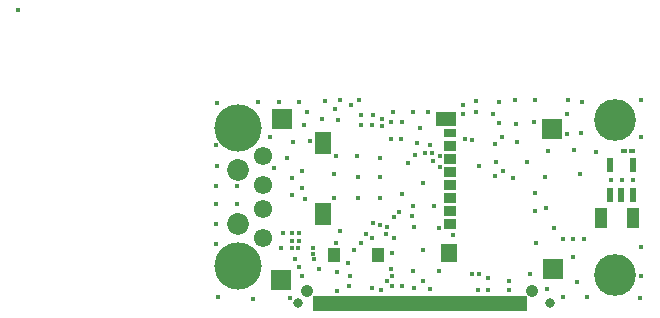
<source format=gbr>
G04 #@! TF.GenerationSoftware,KiCad,Pcbnew,(5.1.6)-1*
G04 #@! TF.CreationDate,2021-12-03T11:37:05+01:00*
G04 #@! TF.ProjectId,Keyvilboard2.0,4b657976-696c-4626-9f61-7264322e302e,rev?*
G04 #@! TF.SameCoordinates,Original*
G04 #@! TF.FileFunction,Soldermask,Bot*
G04 #@! TF.FilePolarity,Negative*
%FSLAX46Y46*%
G04 Gerber Fmt 4.6, Leading zero omitted, Abs format (unit mm)*
G04 Created by KiCad (PCBNEW (5.1.6)-1) date 2021-12-03 11:37:05*
%MOMM*%
%LPD*%
G01*
G04 APERTURE LIST*
%ADD10C,0.010000*%
%ADD11R,1.070000X1.820000*%
%ADD12R,0.600000X1.200000*%
%ADD13R,0.470000X0.440000*%
%ADD14R,1.725000X1.725000*%
%ADD15C,3.540000*%
%ADD16C,4.000000*%
%ADD17C,1.850000*%
%ADD18C,1.550000*%
%ADD19C,1.067000*%
%ADD20C,0.813000*%
%ADD21R,1.350000X1.550000*%
%ADD22R,1.000000X1.200000*%
%ADD23R,1.350000X1.900000*%
%ADD24R,1.800000X1.170000*%
%ADD25R,1.100000X0.750000*%
%ADD26R,1.100000X0.850000*%
%ADD27C,0.450000*%
G04 APERTURE END LIST*
D10*
G04 #@! TO.C,U1*
G36*
X161293000Y-109940000D02*
G01*
X162767000Y-109940000D01*
X162767000Y-108720000D01*
X161293000Y-108720000D01*
X161293000Y-109940000D01*
G37*
X161293000Y-109940000D02*
X162767000Y-109940000D01*
X162767000Y-108720000D01*
X161293000Y-108720000D01*
X161293000Y-109940000D01*
G36*
X160023000Y-109940000D02*
G01*
X161497000Y-109940000D01*
X161497000Y-108720000D01*
X160023000Y-108720000D01*
X160023000Y-109940000D01*
G37*
X160023000Y-109940000D02*
X161497000Y-109940000D01*
X161497000Y-108720000D01*
X160023000Y-108720000D01*
X160023000Y-109940000D01*
G36*
X158753000Y-109940000D02*
G01*
X160227000Y-109940000D01*
X160227000Y-108720000D01*
X158753000Y-108720000D01*
X158753000Y-109940000D01*
G37*
X158753000Y-109940000D02*
X160227000Y-109940000D01*
X160227000Y-108720000D01*
X158753000Y-108720000D01*
X158753000Y-109940000D01*
G36*
X157483000Y-109940000D02*
G01*
X158957000Y-109940000D01*
X158957000Y-108720000D01*
X157483000Y-108720000D01*
X157483000Y-109940000D01*
G37*
X157483000Y-109940000D02*
X158957000Y-109940000D01*
X158957000Y-108720000D01*
X157483000Y-108720000D01*
X157483000Y-109940000D01*
G36*
X156213000Y-109940000D02*
G01*
X157687000Y-109940000D01*
X157687000Y-108720000D01*
X156213000Y-108720000D01*
X156213000Y-109940000D01*
G37*
X156213000Y-109940000D02*
X157687000Y-109940000D01*
X157687000Y-108720000D01*
X156213000Y-108720000D01*
X156213000Y-109940000D01*
G36*
X154943000Y-109940000D02*
G01*
X156417000Y-109940000D01*
X156417000Y-108720000D01*
X154943000Y-108720000D01*
X154943000Y-109940000D01*
G37*
X154943000Y-109940000D02*
X156417000Y-109940000D01*
X156417000Y-108720000D01*
X154943000Y-108720000D01*
X154943000Y-109940000D01*
G36*
X153673000Y-109940000D02*
G01*
X155147000Y-109940000D01*
X155147000Y-108720000D01*
X153673000Y-108720000D01*
X153673000Y-109940000D01*
G37*
X153673000Y-109940000D02*
X155147000Y-109940000D01*
X155147000Y-108720000D01*
X153673000Y-108720000D01*
X153673000Y-109940000D01*
G36*
X152403000Y-109940000D02*
G01*
X153877000Y-109940000D01*
X153877000Y-108720000D01*
X152403000Y-108720000D01*
X152403000Y-109940000D01*
G37*
X152403000Y-109940000D02*
X153877000Y-109940000D01*
X153877000Y-108720000D01*
X152403000Y-108720000D01*
X152403000Y-109940000D01*
G36*
X151133000Y-109940000D02*
G01*
X152607000Y-109940000D01*
X152607000Y-108720000D01*
X151133000Y-108720000D01*
X151133000Y-109940000D01*
G37*
X151133000Y-109940000D02*
X152607000Y-109940000D01*
X152607000Y-108720000D01*
X151133000Y-108720000D01*
X151133000Y-109940000D01*
G36*
X149863000Y-109940000D02*
G01*
X151337000Y-109940000D01*
X151337000Y-108720000D01*
X149863000Y-108720000D01*
X149863000Y-109940000D01*
G37*
X149863000Y-109940000D02*
X151337000Y-109940000D01*
X151337000Y-108720000D01*
X149863000Y-108720000D01*
X149863000Y-109940000D01*
G36*
X148593000Y-109940000D02*
G01*
X150067000Y-109940000D01*
X150067000Y-108720000D01*
X148593000Y-108720000D01*
X148593000Y-109940000D01*
G37*
X148593000Y-109940000D02*
X150067000Y-109940000D01*
X150067000Y-108720000D01*
X148593000Y-108720000D01*
X148593000Y-109940000D01*
G36*
X147323000Y-109940000D02*
G01*
X148797000Y-109940000D01*
X148797000Y-108720000D01*
X147323000Y-108720000D01*
X147323000Y-109940000D01*
G37*
X147323000Y-109940000D02*
X148797000Y-109940000D01*
X148797000Y-108720000D01*
X147323000Y-108720000D01*
X147323000Y-109940000D01*
G36*
X146053000Y-109940000D02*
G01*
X147527000Y-109940000D01*
X147527000Y-108720000D01*
X146053000Y-108720000D01*
X146053000Y-109940000D01*
G37*
X146053000Y-109940000D02*
X147527000Y-109940000D01*
X147527000Y-108720000D01*
X146053000Y-108720000D01*
X146053000Y-109940000D01*
G36*
X144783000Y-109940000D02*
G01*
X146257000Y-109940000D01*
X146257000Y-108720000D01*
X144783000Y-108720000D01*
X144783000Y-109940000D01*
G37*
X144783000Y-109940000D02*
X146257000Y-109940000D01*
X146257000Y-108720000D01*
X144783000Y-108720000D01*
X144783000Y-109940000D01*
G04 #@! TD*
D11*
G04 #@! TO.C,C1*
X169130000Y-102130000D03*
X171890000Y-102130000D03*
G04 #@! TD*
D12*
G04 #@! TO.C,KEYPWR1*
X171820000Y-97670000D03*
X169920000Y-97670000D03*
X169920000Y-100170000D03*
X170870000Y-100170000D03*
X171820000Y-100170000D03*
G04 #@! TD*
D13*
G04 #@! TO.C,0.1uF5*
X171130000Y-96420000D03*
X171800000Y-96420000D03*
G04 #@! TD*
D14*
G04 #@! TO.C,TX1*
X165000000Y-94560000D03*
G04 #@! TD*
G04 #@! TO.C,RX1*
X165060000Y-106460000D03*
G04 #@! TD*
G04 #@! TO.C,GND1*
X142180000Y-93700000D03*
G04 #@! TD*
G04 #@! TO.C,5V+1*
X142030000Y-107360000D03*
G04 #@! TD*
D15*
G04 #@! TO.C,USBFEMALE1*
X170370000Y-93820000D03*
X170370000Y-106940000D03*
G04 #@! TD*
D16*
G04 #@! TO.C,USBMALE1*
X138450000Y-94480000D03*
X138450000Y-106180000D03*
D17*
X138450000Y-102630000D03*
X138450000Y-98030000D03*
D18*
X140550000Y-96830000D03*
X140550000Y-99330000D03*
X140550000Y-101330000D03*
X140550000Y-103830000D03*
G04 #@! TD*
D19*
G04 #@! TO.C,U1*
X163300000Y-108339000D03*
D20*
X164799000Y-109330000D03*
X143488000Y-109330000D03*
D19*
X144250000Y-108339000D03*
G04 #@! TD*
D21*
G04 #@! TO.C,SD1*
X156280000Y-105075000D03*
D22*
X150255000Y-105250000D03*
X146555000Y-105250000D03*
D23*
X145580000Y-101750000D03*
X145580000Y-95780000D03*
D24*
X156055000Y-93755000D03*
D25*
X156405000Y-94965000D03*
D26*
X156405000Y-96015000D03*
X156405000Y-97115000D03*
X156405000Y-98215000D03*
X156405000Y-99315000D03*
X156405000Y-100415000D03*
X156405000Y-101515000D03*
X156405000Y-102615000D03*
G04 #@! TD*
D27*
X119820000Y-84490000D03*
X154800000Y-96600000D03*
X154250000Y-96620000D03*
X171130000Y-96420000D03*
X170910000Y-100320000D03*
X169090000Y-102640000D03*
X156650000Y-103520000D03*
X156620000Y-97370000D03*
X150450000Y-97040000D03*
X146730000Y-96890000D03*
X148530000Y-96890000D03*
X150430000Y-98650000D03*
X146520000Y-98410000D03*
X148570000Y-98610000D03*
X148570000Y-100400000D03*
X150420000Y-100390000D03*
X146530000Y-100390000D03*
X158210000Y-106890000D03*
X154080000Y-104840000D03*
X154110000Y-99130000D03*
X143540000Y-103410000D03*
X142980000Y-103420000D03*
X142970000Y-104050000D03*
X143560000Y-104070000D03*
X143520000Y-104630000D03*
X142960000Y-104630000D03*
X143270000Y-105570000D03*
X136620000Y-92350000D03*
X140080000Y-92330000D03*
X143610000Y-92280000D03*
X145740000Y-92240000D03*
X141910000Y-92280000D03*
X136730000Y-108820000D03*
X139650000Y-108960000D03*
X142790000Y-108910000D03*
X136530000Y-104310000D03*
X136530000Y-102640000D03*
X136530000Y-100970000D03*
X136560000Y-99440000D03*
X136610000Y-97710000D03*
X136560000Y-95900000D03*
X138290000Y-100910000D03*
X138340000Y-99440000D03*
X141090000Y-95250000D03*
X141500000Y-97920000D03*
X142950000Y-98770000D03*
X143860000Y-99580000D03*
X143830000Y-98160000D03*
X142580000Y-97060000D03*
X143050000Y-95690000D03*
X144000000Y-94220000D03*
X144240000Y-93140000D03*
X143840000Y-107060000D03*
X146760000Y-106660000D03*
X145310000Y-106470000D03*
X143610000Y-106250000D03*
X158730000Y-108200000D03*
X159550000Y-107240000D03*
X159540000Y-108220000D03*
X161350000Y-108200000D03*
X161320000Y-107470000D03*
X146880000Y-93840000D03*
X145560000Y-93750000D03*
X146630000Y-92930000D03*
X147090000Y-92120000D03*
X148870000Y-94240000D03*
X148840000Y-93370000D03*
X149850000Y-93380000D03*
X150620000Y-93740000D03*
X151390000Y-94020000D03*
X151400000Y-95400000D03*
X152250000Y-95400000D03*
X152280000Y-94020000D03*
X151580000Y-93180000D03*
X154470000Y-93150000D03*
X153220000Y-93140000D03*
X154960000Y-97290000D03*
X153230000Y-101120000D03*
X155020000Y-101110000D03*
X153310000Y-102860000D03*
X155410000Y-102970000D03*
X163130000Y-106820000D03*
X164570000Y-108110000D03*
X165950000Y-108780000D03*
X172450000Y-108900000D03*
X172570000Y-92130000D03*
X172560000Y-95260000D03*
X172570000Y-104540000D03*
X172510000Y-107060000D03*
X167110000Y-107580000D03*
X167980000Y-108850000D03*
X168760000Y-96570000D03*
X167330000Y-98410000D03*
X166880000Y-96400000D03*
X164620000Y-96480000D03*
X164430000Y-98690000D03*
X164460000Y-101260000D03*
X163580000Y-99980000D03*
X161730000Y-98720000D03*
X162870000Y-97350000D03*
X162070000Y-95680000D03*
X160800000Y-95230000D03*
X167440000Y-94950000D03*
X167580000Y-92280000D03*
X166280000Y-95030000D03*
X166320000Y-92120000D03*
X166290000Y-93300000D03*
X163450000Y-94010000D03*
X163530000Y-92160000D03*
X161940000Y-94130000D03*
X161900000Y-92140000D03*
X160520000Y-94090000D03*
X160540000Y-92270000D03*
X160040000Y-93290000D03*
X158540000Y-92190000D03*
X166800000Y-105450000D03*
X157480000Y-92580000D03*
X152770000Y-97490000D03*
X149730000Y-108080000D03*
X147760000Y-105950000D03*
X153230000Y-106600000D03*
X163640000Y-104270000D03*
X151640000Y-102070000D03*
X151440000Y-105110000D03*
X151640000Y-103810000D03*
X170010000Y-98910000D03*
X170960000Y-98910000D03*
X171900000Y-98920000D03*
X154700000Y-95940000D03*
X153800000Y-94510000D03*
X156470000Y-99310000D03*
X160250000Y-97410000D03*
X163520000Y-101520000D03*
X158835000Y-106880000D03*
X160193520Y-98580000D03*
X158830000Y-97680000D03*
X146820000Y-108300000D03*
X155490000Y-96830000D03*
X147910000Y-107020000D03*
X171810000Y-97460000D03*
X171790000Y-98010000D03*
X153600000Y-95730000D03*
X153410000Y-96810000D03*
X144800000Y-104690000D03*
X144800000Y-105150000D03*
X144810000Y-105620000D03*
X144552998Y-95590000D03*
X144110000Y-100520000D03*
X150590000Y-94340000D03*
X152304018Y-100068572D03*
X146750000Y-104260000D03*
X148276553Y-104861053D03*
X165140000Y-103000000D03*
X160870000Y-98100000D03*
X148660000Y-92160000D03*
X153280000Y-108030000D03*
X158186340Y-95493660D03*
X142090000Y-104660000D03*
X142230000Y-103370000D03*
X142950000Y-100200000D03*
X147060000Y-103200000D03*
X147960000Y-92590000D03*
X154653712Y-108133712D03*
X158601840Y-93110000D03*
X157478951Y-93351049D03*
X157609899Y-95468231D03*
X151010000Y-102860000D03*
X149740000Y-103830000D03*
X150540000Y-108220000D03*
X150447168Y-102732909D03*
X149278398Y-103483799D03*
X149885230Y-102515989D03*
X147820000Y-107870000D03*
X148819513Y-104228822D03*
X149760000Y-94230000D03*
X150957606Y-103500000D03*
X151454500Y-107049376D03*
X153180000Y-101980000D03*
X151454500Y-107880376D03*
X152285500Y-107880376D03*
X151033575Y-107444032D03*
X154120000Y-107464876D03*
X155440000Y-106633876D03*
X151361001Y-106480000D03*
X160193520Y-95837998D03*
X152030001Y-101580000D03*
X155502998Y-97800000D03*
X165920000Y-103870000D03*
X167730000Y-103870000D03*
X166790000Y-103890000D03*
M02*

</source>
